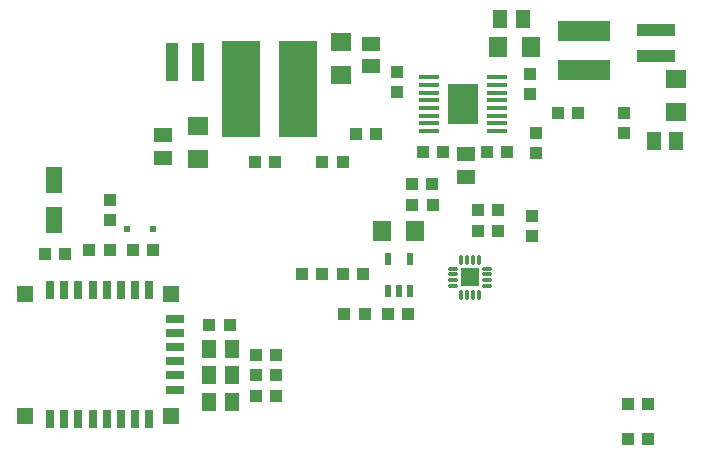
<source format=gbr>
G04 DipTrace 2.4.0.2*
%INTopPaste.gbr*%
%MOIN*%
%ADD24R,0.0709X0.063*%
%ADD25R,0.0591X0.0512*%
%ADD26R,0.0394X0.0433*%
%ADD27R,0.063X0.0709*%
%ADD28R,0.0512X0.0591*%
%ADD29R,0.0433X0.0394*%
%ADD30R,0.0551X0.0886*%
%ADD32R,0.0236X0.0236*%
%ADD37R,0.1299X0.3228*%
%ADD38R,0.0394X0.126*%
%ADD39R,0.1772X0.0709*%
%ADD40R,0.126X0.0394*%
%ADD44R,0.0709X0.0157*%
%ADD45R,0.0984X0.1378*%
%ADD48O,0.0335X0.0118*%
%ADD49O,0.0118X0.0335*%
%ADD50R,0.0591X0.0591*%
%ADD52R,0.0236X0.0433*%
%ADD54R,0.0315X0.0591*%
%ADD55R,0.0591X0.0315*%
%ADD56R,0.0551X0.0551*%
%FSLAX44Y44*%
G04*
G70*
G90*
G75*
G01*
%LNTopPaste*%
%LPD*%
D24*
X11063Y14813D3*
Y13710D3*
D25*
X12062Y14750D3*
Y14002D3*
D26*
X12937Y13125D3*
Y13794D3*
D24*
X6312Y12000D3*
Y10898D3*
D25*
X5125Y11688D3*
Y10940D3*
D27*
X16314Y14627D3*
X17417D3*
D28*
X16377Y15564D3*
X17125D3*
D26*
X17375Y13063D3*
Y13732D3*
D24*
X22250Y13563D3*
Y12460D3*
D28*
X21496Y11496D3*
X22244D3*
D26*
X3375Y8875D3*
Y9544D3*
D29*
X13312Y5750D3*
X12643D3*
X13437Y10062D3*
X14107D3*
X1875Y7750D3*
X1206D3*
D25*
X15252Y11064D3*
Y10316D3*
D30*
X1500Y8876D3*
Y10215D3*
D29*
X11187Y5750D3*
X11857D3*
D32*
X3938Y8563D3*
X4804D3*
D28*
X7437Y2813D3*
X6689D3*
X7437Y3687D3*
X6689D3*
X7437Y4563D3*
X6689D3*
D29*
X6687Y5375D3*
X7357D3*
D37*
X9625Y13250D3*
X7750D3*
D38*
X6312Y14125D3*
X5446D3*
D39*
X19190Y13876D3*
Y15176D3*
D40*
X21565Y15189D3*
Y14323D3*
D29*
X11562Y11750D3*
X12232D3*
X13813Y11125D3*
X14482D3*
X8875Y10813D3*
X8206D3*
X11125D3*
X10456D3*
X18312Y12447D3*
X18982D3*
X15942Y11125D3*
X16611D3*
D26*
X20500Y12437D3*
Y11768D3*
X17559Y11772D3*
Y11102D3*
D27*
X12437Y8500D3*
X13539D3*
D29*
X15625D3*
X16294D3*
X16312Y9187D3*
X15643D3*
X8250Y3000D3*
X8919D3*
X10438Y7063D3*
X9768D3*
X2687Y7875D3*
X3357D3*
X4125D3*
X4794D3*
D26*
X17437Y9000D3*
Y8331D3*
D29*
X14125Y9375D3*
X13456D3*
X8250Y3687D3*
X8919D3*
X8250Y4375D3*
X8919D3*
X21312Y2750D3*
X20643D3*
X11813Y7062D3*
X11143D3*
X20646Y1562D3*
X21315D3*
D44*
X14000Y13625D3*
Y13369D3*
Y13113D3*
Y12857D3*
Y12601D3*
Y12345D3*
Y12090D3*
Y11834D3*
X16284D3*
X16283Y12090D3*
Y12345D3*
Y12601D3*
Y12857D3*
Y13113D3*
Y13369D3*
Y13625D3*
D45*
X15142Y12729D3*
D48*
X14812Y7250D3*
Y7053D3*
Y6856D3*
Y6660D3*
D49*
X15088Y6384D3*
X15285D3*
X15481D3*
X15678D3*
D48*
X15954Y6660D3*
Y6856D3*
Y7053D3*
Y7250D3*
D49*
X15678Y7526D3*
X15481D3*
X15285D3*
X15088D3*
D50*
X15383Y6955D3*
D52*
X12625Y6500D3*
X12999D3*
X13373D3*
Y7563D3*
X12625D3*
D54*
X1375Y2250D3*
X1847D3*
X2320D3*
X2792D3*
X3265D3*
X3737D3*
X4209D3*
X4682D3*
D55*
X5548Y3215D3*
Y3687D3*
Y4160D3*
Y4632D3*
Y5105D3*
Y5577D3*
D54*
X4682Y6542D3*
X4209D3*
X3737D3*
X3265D3*
X2792D3*
X2320D3*
X1847D3*
X1375D3*
D56*
X5397Y2322D3*
Y6407D3*
X541Y2322D3*
Y6407D3*
M02*

</source>
